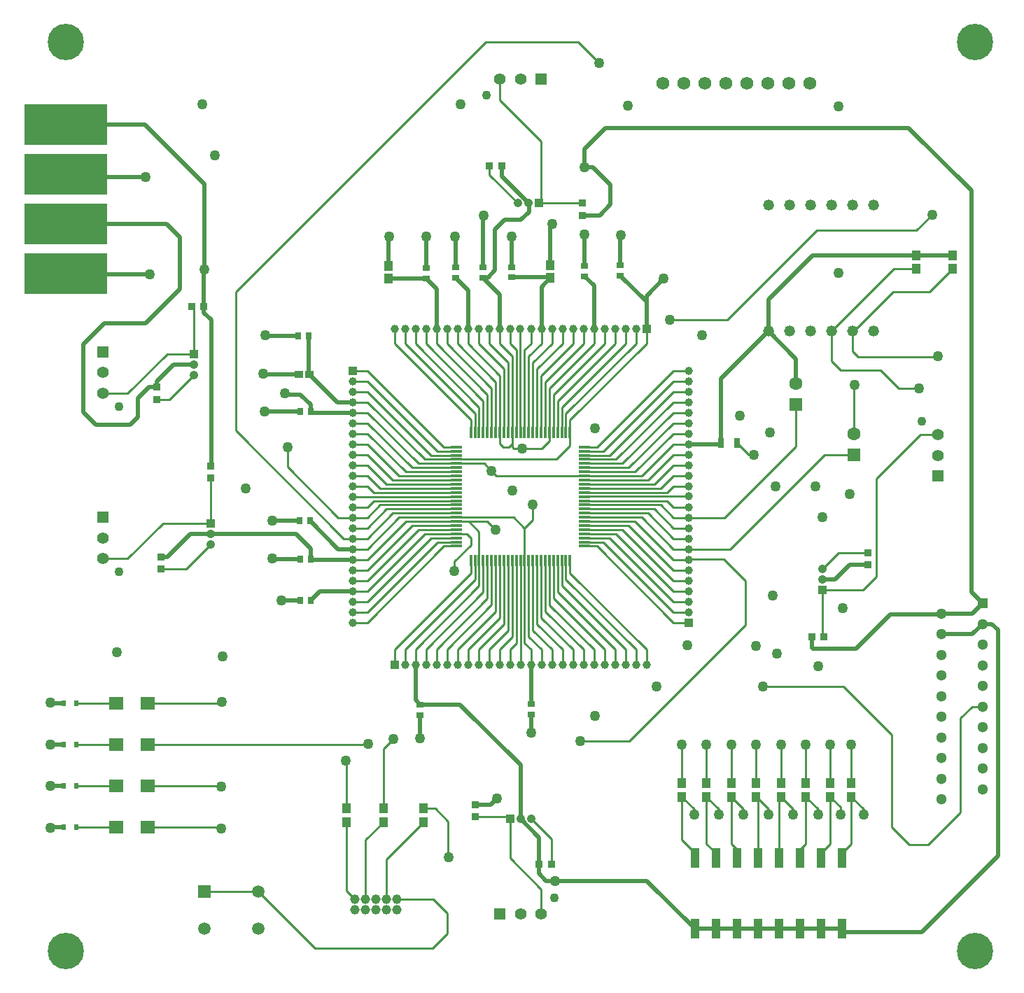
<source format=gtl>
G04*
G04 #@! TF.GenerationSoftware,Altium Limited,Altium Designer,22.9.1 (49)*
G04*
G04 Layer_Physical_Order=1*
G04 Layer_Color=255*
%FSLAX44Y44*%
%MOMM*%
G71*
G04*
G04 #@! TF.SameCoordinates,63DD9504-EA5A-40A3-A547-44A0B6CD77F8*
G04*
G04*
G04 #@! TF.FilePolarity,Positive*
G04*
G01*
G75*
%ADD11C,0.5080*%
%ADD13C,0.2540*%
%ADD17R,1.4750X0.3000*%
%ADD18R,0.3000X1.4750*%
%ADD19R,10.0000X5.0000*%
%ADD20R,0.8121X0.7581*%
%ADD21R,0.7581X0.8121*%
%ADD22R,0.7000X1.3000*%
%ADD23R,1.0121X1.1581*%
%ADD24R,0.5000X0.8000*%
%ADD25R,0.9121X0.9581*%
%ADD26R,0.9581X0.9121*%
%ADD27R,1.1311X0.9121*%
%ADD28R,1.0582X1.3061*%
%ADD29R,1.7500X1.5000*%
%ADD30R,1.1300X2.4400*%
%ADD34C,1.5748*%
%ADD35C,1.1684*%
%ADD36C,1.3208*%
%ADD44R,1.4000X1.4000*%
%ADD45C,1.4000*%
%ADD46C,1.1000*%
%ADD47R,1.4000X1.4000*%
%ADD55C,1.0000*%
%ADD56R,1.0000X1.0000*%
%ADD57R,1.0000X1.0000*%
%ADD58R,1.5080X1.5080*%
%ADD59C,1.5080*%
%ADD60C,1.6000*%
%ADD61R,1.6000X1.6000*%
%ADD62R,1.3000X1.3000*%
%ADD63C,1.3000*%
%ADD64C,1.0500*%
%ADD65R,1.0500X1.0500*%
%ADD66R,1.0500X1.0500*%
%ADD67C,1.2700*%
%ADD68C,4.4000*%
D11*
X315000Y725000D02*
X316300Y723700D01*
X334050D02*
X346270Y711480D01*
X316300Y723700D02*
X334050D01*
X346270Y703000D02*
Y711480D01*
X51500Y868500D02*
X152000D01*
X50000Y930000D02*
X171875D01*
Y930125D02*
X188500Y913500D01*
Y851000D02*
Y913500D01*
X147000Y809500D02*
X188500Y851000D01*
X96500Y809500D02*
X147000D01*
X71500Y784500D02*
X96500Y809500D01*
X71500Y701750D02*
Y784500D01*
Y701750D02*
X86250Y687000D01*
X127750D01*
X137250Y696500D01*
Y719000D01*
X150520Y732270D01*
X160000D01*
X53000Y987000D02*
X147000D01*
X50000Y1050000D02*
X146000D01*
X217750Y978250D01*
Y875000D02*
Y978250D01*
X625400Y853889D02*
X636000Y864489D01*
X625400Y829580D02*
Y853889D01*
X953750Y892000D02*
X1078980D01*
X900000Y838250D02*
X953750Y892000D01*
X900000Y800000D02*
Y838250D01*
X1079000Y892020D02*
X1122500D01*
X900000Y800000D02*
X933250Y766750D01*
Y737200D02*
Y766750D01*
X1145250Y484750D02*
X1159000Y471000D01*
X1145250Y484750D02*
Y970500D01*
X1069750Y1046000D02*
X1145250Y970500D01*
X703000Y1046000D02*
X1069750D01*
X677750Y1020750D02*
X703000Y1046000D01*
X677750Y998250D02*
Y1020750D01*
X563770Y227270D02*
X571250Y234750D01*
X545000Y227270D02*
X563770D01*
X600000Y210000D02*
Y275000D01*
X526980Y348020D02*
X600000Y275000D01*
X478750Y348020D02*
X526980D01*
X328290Y555000D02*
X346270Y537020D01*
X225000Y555000D02*
X328290D01*
X346270Y524250D02*
Y537020D01*
X200750Y555000D02*
X225000D01*
X173020Y527270D02*
X200750Y555000D01*
X165000Y527270D02*
X173020D01*
X226000Y638270D02*
Y814000D01*
X217270Y822730D02*
X226000Y814000D01*
X217270Y822730D02*
Y830000D01*
X180750Y759750D02*
X204750D01*
X160000Y739000D02*
X180750Y759750D01*
X160000Y732270D02*
Y739000D01*
X677750Y998250D02*
X687750D01*
X709000Y977000D01*
Y953500D02*
Y977000D01*
X695960Y940460D02*
X709000Y953500D01*
X675000Y940460D02*
X695960D01*
X217270Y830000D02*
Y874520D01*
X440750Y879261D02*
Y913750D01*
X636000Y880011D02*
Y927250D01*
X752400Y842400D02*
X773500Y863500D01*
X752400Y835580D02*
Y842400D01*
Y803200D02*
Y835580D01*
X610250Y944500D02*
Y954750D01*
X600500Y934750D02*
X610250Y944500D01*
X581000Y934750D02*
X600500D01*
X569250Y923000D02*
X581000Y934750D01*
X569250Y873750D02*
Y923000D01*
X560230Y864730D02*
X569250Y873750D01*
X554500Y864730D02*
X560230D01*
X622730Y143770D02*
Y155000D01*
Y143770D02*
X631250Y135250D01*
X641750D01*
X980520Y500000D02*
X998250Y517730D01*
X965000Y500000D02*
X980520D01*
X842750Y742750D02*
X900000Y800000D01*
X842750Y665250D02*
Y742750D01*
X1047500Y457750D02*
X1108250D01*
X1005750Y416000D02*
X1047500Y457750D01*
X953250Y416000D02*
X1005750D01*
X952730Y416520D02*
Y430000D01*
X1146500Y458500D02*
X1159000Y471000D01*
X1109000Y458500D02*
X1146500D01*
X992650Y73250D02*
X1085250D01*
X1177500Y165500D01*
Y438750D01*
X1170250Y446000D02*
X1177500Y438750D01*
X1159000Y446000D02*
X1170250D01*
X1146500Y433500D02*
X1159000Y446000D01*
X1109000Y433500D02*
X1146500D01*
X963500Y77000D02*
X988900D01*
X938100D02*
X963500D01*
X912700D02*
X938100D01*
X887300D02*
X912700D01*
X861900D02*
X887300D01*
X836500D02*
X861900D01*
X811100D02*
X836500D01*
X752850Y135250D02*
X811100Y77000D01*
X641750Y135250D02*
X752850D01*
X32000Y350000D02*
X47500D01*
X31250Y300000D02*
X47500D01*
X31500Y250000D02*
X47500D01*
X32000Y200000D02*
X47500D01*
X803200Y663500D02*
X841000D01*
X612750Y314000D02*
Y336230D01*
Y348770D02*
Y396750D01*
X473000Y353770D02*
Y396800D01*
Y353770D02*
X478750Y348020D01*
Y307750D02*
Y335480D01*
X720750Y879770D02*
Y916000D01*
X677750Y879020D02*
Y916750D01*
X589750Y877770D02*
Y914250D01*
X554500Y877270D02*
Y938750D01*
X521500Y877270D02*
Y913750D01*
X485750Y876520D02*
Y913500D01*
X720750Y867230D02*
X752400Y835580D01*
X677750Y866480D02*
X688900Y855330D01*
Y803200D02*
Y855330D01*
X589750Y865230D02*
X635259D01*
X625400Y803200D02*
Y829580D01*
X554500Y864730D02*
X574600Y844630D01*
Y803200D02*
Y844630D01*
X521500Y864730D02*
X536500Y849730D01*
Y803200D02*
Y849730D01*
X440750Y863739D02*
X485509D01*
X485750Y863980D02*
X498400Y851330D01*
Y803200D02*
Y851330D01*
X311500Y474250D02*
X333730D01*
X301000Y524250D02*
X333730D01*
X299750Y571000D02*
X332730D01*
X290750Y702750D02*
X333480D01*
X289250Y748000D02*
X332095D01*
X291500Y794750D02*
X331480D01*
X344020Y748885D02*
Y794750D01*
X344905Y748000D02*
X378605Y714300D01*
X396800D01*
X347670Y701600D02*
X396800D01*
X345270Y571000D02*
X379770Y536500D01*
X396800D01*
X346720Y523800D02*
X396800D01*
X346270Y474250D02*
X357720Y485700D01*
X396800D01*
X577270Y987730D02*
Y1000000D01*
Y987730D02*
X610000Y955000D01*
X998250Y517730D02*
X1020000D01*
X600000Y210000D02*
X622730Y187270D01*
Y155000D02*
Y187270D01*
D13*
X846250Y524000D02*
X872500Y497750D01*
X731500Y304000D02*
X872500Y445000D01*
Y497750D01*
X672750Y304000D02*
X731500D01*
X1008750Y768750D02*
X1103750D01*
X1105000Y770000D01*
X1001600Y775900D02*
X1008750Y768750D01*
X670000Y1150000D02*
X695000Y1125000D01*
X558000Y1150000D02*
X670000D01*
X615000Y571750D02*
Y590000D01*
X605000Y561750D02*
X615000Y571750D01*
X520000Y510000D02*
Y521375D01*
X540000Y541375D02*
Y550000D01*
X520000Y521375D02*
X540000Y541375D01*
X522620Y570000D02*
X560000D01*
X570000Y560000D01*
X522620Y555000D02*
X535000D01*
X535000Y555000D02*
X540000Y550000D01*
X535000Y555000D02*
X535000Y555000D01*
X484300Y555000D02*
X522620D01*
X396800Y599875D02*
X522495D01*
X605000Y522620D02*
Y561750D01*
X50000Y870000D02*
X51500Y868500D01*
X50000Y990000D02*
X53000Y987000D01*
X50000Y975000D02*
X51250Y973750D01*
X893500Y370250D02*
X990750D01*
X1049250Y311750D01*
Y200000D02*
Y311750D01*
Y200000D02*
X1070250Y179000D01*
X1093250D01*
X1132000Y217750D01*
Y331750D01*
X1146250Y346000D01*
X1159000D01*
X591750Y658000D02*
X602250D01*
X590000Y663750D02*
Y677380D01*
Y659750D02*
Y663750D01*
Y659750D02*
X591750Y658000D01*
X602250D02*
X625500D01*
X635000Y667500D01*
Y677380D01*
X565250Y630750D02*
X571000Y625000D01*
X677380D01*
X556000Y640000D02*
X565250Y630750D01*
X522620Y640000D02*
X556000D01*
X660000Y661500D02*
Y677380D01*
X643500Y645000D02*
X660000Y661500D01*
X522620Y645000D02*
X643500D01*
X579500Y659750D02*
X586000D01*
X590000Y663750D01*
X575000Y664250D02*
X579500Y659750D01*
X575000Y664250D02*
Y677380D01*
X522620Y575000D02*
X591750D01*
X605000Y561750D01*
X537500Y569750D02*
X550000Y557250D01*
Y522620D02*
Y557250D01*
X1079000Y922000D02*
X1098250Y941250D01*
X958750Y922000D02*
X1079000D01*
X850250Y813500D02*
X958750Y922000D01*
X781000Y813500D02*
X850250D01*
X318250Y660000D02*
X318500Y659750D01*
Y635750D02*
Y659750D01*
Y635750D02*
X379650Y574600D01*
X396800D01*
X1001600Y775900D02*
Y800000D01*
X1057500Y731250D02*
X1081750D01*
X1036000Y752750D02*
X1057500Y731250D01*
X987750Y752750D02*
X1036000D01*
X976200Y764300D02*
X987750Y752750D01*
X976200Y764300D02*
Y800000D01*
X255500Y847500D02*
X558000Y1150000D01*
X255500Y679750D02*
Y847500D01*
Y679750D02*
X386050Y549200D01*
X396800D01*
X1094770Y847750D02*
X1122500Y875480D01*
X1051250Y847750D02*
X1094770D01*
X1003500Y800000D02*
X1051250Y847750D01*
X1001600Y800000D02*
X1003500D01*
X1051680Y875480D02*
X1079000D01*
X976200Y800000D02*
X1051680Y875480D01*
X1078980Y892000D02*
X1079000Y892020D01*
X933250Y660750D02*
Y711800D01*
X847100Y574600D02*
X933250Y660750D01*
X803200Y574600D02*
X847100D01*
X512750Y163750D02*
X513000Y163500D01*
X512750Y163750D02*
Y207250D01*
X497230Y222770D02*
X512750Y207250D01*
X483000Y222770D02*
X497230D01*
X434250Y294500D02*
X446500Y306750D01*
X434250Y222770D02*
Y294500D01*
X803200Y523800D02*
X803400Y524000D01*
X846250D01*
X388750Y280250D02*
X389500Y279500D01*
Y222770D02*
Y279500D01*
X225000Y637270D02*
X226000Y638270D01*
X204750Y759750D02*
X205000Y760000D01*
X217270Y874520D02*
X217750Y875000D01*
X440750Y913750D02*
X441250Y914250D01*
X636000Y927250D02*
X638250Y929500D01*
X610000Y955000D02*
X610250Y954750D01*
X803200Y536500D02*
X853750D01*
X968000Y650750D01*
X1003250D01*
Y734000D02*
X1004000Y734750D01*
X1003250Y676150D02*
Y734000D01*
X1001450Y677950D02*
X1003250Y676150D01*
X1108250Y457750D02*
X1109000Y458500D01*
X952730Y416520D02*
X953250Y416000D01*
X988900Y77000D02*
X992650Y73250D01*
X282500Y122500D02*
X351250Y53750D01*
X493500D01*
X511250Y71500D01*
Y96000D01*
X494550Y112700D02*
X511250Y96000D01*
X450800Y112700D02*
X494550D01*
X217500Y122500D02*
X282500D01*
X414500Y300000D02*
X415500Y301000D01*
X148750Y300000D02*
X414500D01*
X1014800Y487300D02*
X1030750Y503250D01*
X965000Y487300D02*
X1014800D01*
X1030750Y503250D02*
Y621500D01*
X1084250Y675000D01*
X1105250D01*
X237250Y350000D02*
X239000Y351750D01*
X148750Y350000D02*
X237250D01*
X236500Y250000D02*
X237750Y248750D01*
X148750Y250000D02*
X236500D01*
X236250Y200000D02*
X238000Y198250D01*
X148750Y200000D02*
X236250D01*
X31500Y350500D02*
X32000Y350000D01*
X31250Y250250D02*
X31500Y250000D01*
X31250Y199250D02*
X32000Y200000D01*
X62500Y350000D02*
X111250D01*
X62500Y300000D02*
X111250D01*
X62500Y250000D02*
X111250D01*
X62500Y200000D02*
X111250D01*
X438100Y112700D02*
Y161330D01*
X483000Y206230D01*
X412700Y112700D02*
Y184680D01*
X434250Y206230D01*
X389500Y123200D02*
X400000Y112700D01*
X389500Y123200D02*
Y206230D01*
X861750Y665250D02*
X876250Y650750D01*
X882500D01*
X841000Y663500D02*
X842750Y665250D01*
X612700Y396800D02*
X612750Y396750D01*
X720750Y916000D02*
X721250Y916500D01*
X677500Y917000D02*
X677750Y916750D01*
X554500Y938750D02*
X555750Y940000D01*
X520750Y914500D02*
X521500Y913750D01*
X485750Y913500D02*
X486500Y914250D01*
X635259Y865230D02*
X636000Y864489D01*
X485509Y863739D02*
X485750Y863980D01*
X311250Y474500D02*
X311500Y474250D01*
X300250Y525000D02*
X301000Y524250D01*
X299500Y571250D02*
X299750Y571000D01*
X333480Y702750D02*
X333730Y703000D01*
X288750Y748500D02*
X289250Y748000D01*
X291000Y795250D02*
X291500Y794750D01*
X344020Y748885D02*
X344905Y748000D01*
X346270Y703000D02*
X347670Y701600D01*
X346270Y524250D02*
X346720Y523800D01*
X825000Y236730D02*
X840000Y221730D01*
Y215000D02*
Y221730D01*
X795000Y236730D02*
X810000Y221730D01*
Y215000D02*
Y221730D01*
X975000Y236730D02*
X987500Y224230D01*
Y215000D02*
Y224230D01*
X1000000Y236730D02*
X1015000Y221730D01*
Y215000D02*
Y221730D01*
X960000Y215000D02*
Y221730D01*
X945000Y236730D02*
X960000Y221730D01*
X915000Y236730D02*
X930000Y221730D01*
Y215000D02*
Y221730D01*
X855000Y236730D02*
X870000Y221730D01*
Y215000D02*
Y221730D01*
X887300Y234430D02*
X900000Y221730D01*
X885000Y236730D02*
X887300Y234430D01*
X900000Y215000D02*
Y221730D01*
X1000000Y253270D02*
Y300000D01*
X975000Y253270D02*
Y300000D01*
X945000Y253270D02*
Y300000D01*
X915000Y253270D02*
Y300000D01*
X885000Y253270D02*
Y300000D01*
X855000Y253270D02*
Y300000D01*
X825000Y253270D02*
Y300000D01*
X795000Y253270D02*
Y300000D01*
Y185000D02*
Y236730D01*
Y185000D02*
X811100Y168900D01*
Y163000D02*
Y168900D01*
X825000Y180000D02*
Y236730D01*
Y180000D02*
X836500Y168500D01*
Y163000D02*
Y168500D01*
X855000Y180000D02*
Y236730D01*
Y180000D02*
X861900Y173100D01*
Y163000D02*
Y173100D01*
X887300Y163000D02*
Y234430D01*
X912700D02*
X915000Y236730D01*
X912700Y163000D02*
Y234430D01*
X945000Y180000D02*
Y236730D01*
X938100Y173100D02*
X945000Y180000D01*
X938100Y163000D02*
Y173100D01*
X975000Y180000D02*
Y236730D01*
X963500Y168500D02*
X975000Y180000D01*
X963500Y163000D02*
Y168500D01*
X1000000Y180000D02*
Y236730D01*
X988900Y168900D02*
X1000000Y180000D01*
X988900Y163000D02*
Y168900D01*
X625000Y957300D02*
Y1030000D01*
X622700Y955000D02*
X625000Y957300D01*
X622700Y955000D02*
X675000D01*
X575000Y1080000D02*
X625000Y1030000D01*
X575000Y1080000D02*
Y1105250D01*
X562730Y989570D02*
Y1000000D01*
Y989570D02*
X597300Y955000D01*
X172700Y772700D02*
X205000D01*
X125000Y725000D02*
X172700Y772700D01*
X94750Y725000D02*
X125000D01*
X202730Y830000D02*
X205000Y827730D01*
Y772700D02*
Y827730D01*
X160000Y717730D02*
X175430D01*
X205000Y747300D01*
X225000Y567700D02*
Y622730D01*
X94750Y525000D02*
X125000D01*
X167700Y567700D01*
X225000D01*
X165000Y512730D02*
X195430D01*
X225000Y542300D01*
X965000Y432270D02*
X967270Y430000D01*
X965000Y432270D02*
Y487300D01*
X984570Y532270D02*
X1020000D01*
X965000Y512700D02*
X984570Y532270D01*
X625000Y94750D02*
Y125000D01*
X587300Y162700D02*
X625000Y125000D01*
X587300Y162700D02*
Y210000D01*
X612700D02*
X637270Y185430D01*
Y155000D02*
Y185430D01*
X584570Y212730D02*
X587300Y210000D01*
X545000Y212730D02*
X584570D01*
X660000Y677380D02*
Y692600D01*
X752400Y785000D01*
X655000Y677380D02*
Y700300D01*
X739700Y785000D01*
X650000Y677380D02*
Y708000D01*
X727000Y785000D01*
X645000Y677380D02*
Y715700D01*
X714300Y785000D01*
X640000Y677380D02*
Y723400D01*
X701600Y785000D01*
X635000Y677380D02*
Y731100D01*
X688900Y785000D01*
X630000Y677380D02*
Y738800D01*
X676200Y785000D01*
X625000Y677380D02*
Y746500D01*
X663500Y785000D01*
X620000Y677380D02*
Y754200D01*
X650800Y785000D01*
X615000Y677380D02*
Y761900D01*
X638100Y785000D01*
X610000Y677380D02*
Y769600D01*
X625400Y785000D01*
X605000Y677380D02*
Y777300D01*
X612700Y785000D01*
X599875Y677505D02*
X600000Y677380D01*
X595000D02*
Y777300D01*
X587300Y785000D02*
X595000Y777300D01*
X590000Y677380D02*
Y769600D01*
X574600Y785000D02*
X590000Y769600D01*
X585000Y677380D02*
Y761900D01*
X561900Y785000D02*
X585000Y761900D01*
X580000Y677380D02*
Y754200D01*
X549200Y785000D02*
X580000Y754200D01*
X575000Y677380D02*
Y746500D01*
X536500Y785000D02*
X575000Y746500D01*
X570000Y677380D02*
Y738800D01*
X523800Y785000D02*
X570000Y738800D01*
X565000Y677380D02*
Y731100D01*
X511100Y785000D02*
X565000Y731100D01*
X560000Y677380D02*
Y723400D01*
X498400Y785000D02*
X560000Y723400D01*
X555000Y677380D02*
Y715700D01*
X485700Y785000D02*
X555000Y715700D01*
X550000Y677380D02*
Y708000D01*
X473000Y785000D02*
X550000Y708000D01*
X545000Y677380D02*
Y700300D01*
X460300Y785000D02*
X545000Y700300D01*
X540000Y677380D02*
Y692600D01*
X447600Y785000D02*
X540000Y692600D01*
X752400Y785000D02*
Y803200D01*
X739700Y785000D02*
Y803200D01*
X727000Y785000D02*
Y803200D01*
X714300Y785000D02*
Y803200D01*
X701600Y785000D02*
Y803200D01*
X688900Y785000D02*
Y803200D01*
X676200Y785000D02*
Y803200D01*
X663500Y785000D02*
Y803200D01*
X650800Y785000D02*
Y803200D01*
X638100Y785000D02*
Y803200D01*
X625400Y785000D02*
Y803200D01*
X612700Y785000D02*
Y803200D01*
X599875Y677505D02*
Y803200D01*
X587300Y785000D02*
Y803200D01*
X574600Y785000D02*
Y803200D01*
X561900Y785000D02*
Y803200D01*
X549200Y785000D02*
Y803200D01*
X536500Y785000D02*
Y803200D01*
X523800Y785000D02*
Y803200D01*
X511100Y785000D02*
Y803200D01*
X460300Y785000D02*
Y803200D01*
X498400Y785000D02*
Y803200D01*
X485700Y785000D02*
Y803200D01*
X473000Y785000D02*
Y803200D01*
X447600Y785000D02*
Y803200D01*
X660000Y507400D02*
Y522620D01*
Y507400D02*
X752400Y415000D01*
X655000Y499700D02*
Y522620D01*
Y499700D02*
X739700Y415000D01*
X650000Y492000D02*
Y522620D01*
Y492000D02*
X727000Y415000D01*
X645000Y484300D02*
Y522620D01*
Y484300D02*
X714300Y415000D01*
X640000Y476600D02*
Y522620D01*
Y476600D02*
X701600Y415000D01*
X635000Y468800D02*
Y522620D01*
Y468800D02*
X688900Y414900D01*
X630000Y461200D02*
Y522620D01*
Y461200D02*
X676200Y415000D01*
X625000Y453500D02*
Y522620D01*
Y453500D02*
X663500Y415000D01*
X620000Y445800D02*
Y522620D01*
Y445800D02*
X650800Y415000D01*
X615000Y438100D02*
Y522620D01*
Y438100D02*
X638100Y415000D01*
X610000Y430400D02*
Y522620D01*
Y430400D02*
X625400Y415000D01*
X605000Y422700D02*
Y522620D01*
Y422700D02*
X612700Y415000D01*
X600000Y522620D02*
X600125Y522495D01*
X595000Y422700D02*
Y522620D01*
X587300Y415000D02*
X595000Y422700D01*
X590000Y430400D02*
Y522620D01*
X574600Y415000D02*
X590000Y430400D01*
X585000Y438100D02*
Y522620D01*
X561900Y415000D02*
X585000Y438100D01*
X580000Y445800D02*
Y522620D01*
X549200Y415000D02*
X580000Y445800D01*
X575000Y453500D02*
Y522620D01*
X536500Y415000D02*
X575000Y453500D01*
X570000Y461200D02*
Y522620D01*
X523800Y415000D02*
X570000Y461200D01*
X565000Y468900D02*
Y522620D01*
X511100Y415000D02*
X565000Y468900D01*
X560000Y476600D02*
Y522620D01*
X498400Y415000D02*
X560000Y476600D01*
X555000Y484300D02*
Y522620D01*
X485700Y415000D02*
X555000Y484300D01*
X550000Y492000D02*
Y522620D01*
X473000Y415000D02*
X550000Y492000D01*
X545000Y499700D02*
Y522620D01*
X460300Y415000D02*
X545000Y499700D01*
X540000Y507400D02*
Y522620D01*
X447600Y415000D02*
X540000Y507400D01*
X752400Y396800D02*
Y415000D01*
X739700Y396800D02*
Y415000D01*
X727000Y396800D02*
Y415000D01*
X714300Y396800D02*
Y415000D01*
X701600Y396800D02*
Y415000D01*
X688900Y396800D02*
Y414900D01*
X676200Y396800D02*
Y415000D01*
X663500Y396800D02*
Y415000D01*
X650800Y396800D02*
Y415000D01*
X638100Y396800D02*
Y415000D01*
X625400Y396800D02*
Y415000D01*
X612700Y396800D02*
Y415000D01*
X600125Y396800D02*
Y522495D01*
X587300Y396800D02*
Y415000D01*
X574600Y396800D02*
Y415000D01*
X561900Y396800D02*
Y415000D01*
X549200Y396800D02*
Y415000D01*
X536500Y396800D02*
Y415000D01*
X523800Y396800D02*
Y415000D01*
X511100Y396800D02*
Y415000D01*
X498400Y396800D02*
Y415000D01*
X485700Y396800D02*
Y415000D01*
X473000Y396800D02*
Y415000D01*
X460300Y396800D02*
Y415000D01*
X447600Y396800D02*
Y415000D01*
X677380Y660000D02*
X692600D01*
X785000Y752400D01*
X677380Y655000D02*
X700300D01*
X785000Y739700D01*
X677380Y650000D02*
X708000D01*
X785000Y727000D01*
X677380Y645000D02*
X715700D01*
X785000Y714300D01*
X677380Y640000D02*
X723500D01*
X785100Y701600D01*
X677380Y635000D02*
X731100D01*
X785000Y688900D01*
X677380Y630000D02*
X738800D01*
X785000Y676200D01*
X677380Y625000D02*
X746500D01*
X785000Y663500D01*
X677380Y620000D02*
X754200D01*
X785000Y650800D01*
X677380Y615000D02*
X761900D01*
X785000Y638100D01*
X677380Y610000D02*
X769600D01*
X785000Y625400D01*
X677380Y605000D02*
X777300D01*
X785000Y612700D01*
X677380Y600000D02*
X677505Y600125D01*
X677380Y595000D02*
X777300D01*
X785000Y587300D01*
X677380Y590000D02*
X769600D01*
X785000Y574600D01*
X677380Y585000D02*
X761900D01*
X785000Y561900D01*
X677380Y580000D02*
X754200D01*
X785000Y549200D01*
X677380Y575000D02*
X746500D01*
X785000Y536500D01*
X677380Y570000D02*
X738800D01*
X785000Y523800D01*
X677380Y565000D02*
X731100D01*
X785000Y511100D01*
X677380Y560000D02*
X723400D01*
X785000Y498400D01*
X677380Y555000D02*
X715700D01*
X785000Y485700D01*
X677380Y550000D02*
X708000D01*
X785000Y473000D01*
X677380Y545000D02*
X700300D01*
X785000Y460300D01*
X677380Y540000D02*
X692600D01*
X785000Y447600D01*
Y752400D02*
X803200D01*
X785000Y739700D02*
X803200D01*
X785000Y727000D02*
X803200D01*
X785000Y714300D02*
X803200D01*
X785100Y701600D02*
X803200D01*
X785000Y688900D02*
X803200D01*
X785000Y676200D02*
X803200D01*
X785000Y663500D02*
X803200D01*
X785000Y650800D02*
X803200D01*
X785000Y638100D02*
X803200D01*
X785000Y625400D02*
X803200D01*
X785000Y612700D02*
X803200D01*
X677505Y600125D02*
X803200D01*
X785000Y587300D02*
X803200D01*
X785000Y574600D02*
X803200D01*
X785000Y561900D02*
X803200D01*
X785000Y549200D02*
X803200D01*
X785000Y536500D02*
X803200D01*
X785000Y523800D02*
X803200D01*
X785000Y511100D02*
X803200D01*
X785000Y498400D02*
X803200D01*
X785000Y485700D02*
X803200D01*
X785000Y473000D02*
X803200D01*
X785000Y460300D02*
X803200D01*
X785000Y447600D02*
X803200D01*
X507400Y660000D02*
X522620D01*
X415000Y752400D02*
X507400Y660000D01*
X499700Y655000D02*
X522620D01*
X415000Y739700D02*
X499700Y655000D01*
X492000Y650000D02*
X522620D01*
X415000Y727000D02*
X492000Y650000D01*
X484100Y645000D02*
X522620D01*
X414800Y714300D02*
X484100Y645000D01*
X476600Y640000D02*
X522620D01*
X415000Y701600D02*
X476600Y640000D01*
X468900Y635000D02*
X522620D01*
X415000Y688900D02*
X468900Y635000D01*
X461200Y630000D02*
X522620D01*
X415000Y676200D02*
X461200Y630000D01*
X453500Y625000D02*
X522620D01*
X415000Y663500D02*
X453500Y625000D01*
X445800Y620000D02*
X522620D01*
X415000Y650800D02*
X445800Y620000D01*
X438100Y615000D02*
X522620D01*
X415000Y638100D02*
X438100Y615000D01*
X430400Y610000D02*
X522620D01*
X415000Y625400D02*
X430400Y610000D01*
X422700Y605000D02*
X522620D01*
X415000Y612700D02*
X422700Y605000D01*
X522495Y599875D02*
X522620Y600000D01*
X422700Y595000D02*
X522620D01*
X415000Y587300D02*
X422700Y595000D01*
X430400Y590000D02*
X522620D01*
X415000Y574600D02*
X430400Y590000D01*
X438100Y585000D02*
X522620D01*
X415000Y561900D02*
X438100Y585000D01*
X445800Y580000D02*
X522620D01*
X415000Y549200D02*
X445800Y580000D01*
X453500Y575000D02*
X522620D01*
X415000Y536500D02*
X453500Y575000D01*
X461200Y570000D02*
X522620D01*
X415000Y523800D02*
X461200Y570000D01*
X468900Y565000D02*
X522620D01*
X415000Y511100D02*
X468900Y565000D01*
X476450Y560000D02*
X522620D01*
X414850Y498400D02*
X476450Y560000D01*
X415000Y485700D02*
X484300Y555000D01*
X492000Y550000D02*
X522620D01*
X415000Y473000D02*
X492000Y550000D01*
X499700Y545000D02*
X522620D01*
X415000Y460300D02*
X499700Y545000D01*
X507400Y540000D02*
X522620D01*
X415000Y447600D02*
X507400Y540000D01*
X396800Y752400D02*
X415000D01*
X396800Y739700D02*
X415000D01*
X396800Y727000D02*
X415000D01*
X396800Y714300D02*
X414800D01*
X396800Y701600D02*
X415000D01*
X396800Y688900D02*
X415000D01*
X396800Y676200D02*
X415000D01*
X396800Y663500D02*
X415000D01*
X396800Y650800D02*
X415000D01*
X396800Y638100D02*
X415000D01*
X396800Y625400D02*
X415000D01*
X396800Y612700D02*
X415000D01*
X396800Y587300D02*
X415000D01*
X396800Y574600D02*
X415000D01*
X396800Y561900D02*
X415000D01*
X396800Y549200D02*
X415000D01*
X396800Y536500D02*
X415000D01*
X396800Y523800D02*
X415000D01*
X396800Y511100D02*
X415000D01*
X396800Y498400D02*
X414850D01*
X396800Y485700D02*
X415000D01*
X396800Y473000D02*
X415000D01*
X396800Y460300D02*
X415000D01*
X396800Y447600D02*
X415000D01*
D17*
X522620Y660000D02*
D03*
Y655000D02*
D03*
Y650000D02*
D03*
Y645000D02*
D03*
Y640000D02*
D03*
Y635000D02*
D03*
Y630000D02*
D03*
Y625000D02*
D03*
Y620000D02*
D03*
Y615000D02*
D03*
Y610000D02*
D03*
Y605000D02*
D03*
Y600000D02*
D03*
Y595000D02*
D03*
Y590000D02*
D03*
Y585000D02*
D03*
Y580000D02*
D03*
Y575000D02*
D03*
Y570000D02*
D03*
Y565000D02*
D03*
Y560000D02*
D03*
Y555000D02*
D03*
Y550000D02*
D03*
Y545000D02*
D03*
Y540000D02*
D03*
X677380D02*
D03*
Y545000D02*
D03*
Y550000D02*
D03*
Y555000D02*
D03*
Y560000D02*
D03*
Y565000D02*
D03*
Y570000D02*
D03*
Y575000D02*
D03*
Y580000D02*
D03*
Y585000D02*
D03*
Y590000D02*
D03*
Y595000D02*
D03*
Y600000D02*
D03*
Y605000D02*
D03*
Y610000D02*
D03*
Y615000D02*
D03*
Y620000D02*
D03*
Y625000D02*
D03*
Y630000D02*
D03*
Y635000D02*
D03*
Y640000D02*
D03*
Y645000D02*
D03*
Y650000D02*
D03*
Y655000D02*
D03*
Y660000D02*
D03*
D18*
X540000Y522620D02*
D03*
X545000D02*
D03*
X550000D02*
D03*
X555000D02*
D03*
X560000D02*
D03*
X565000D02*
D03*
X570000D02*
D03*
X575000D02*
D03*
X580000D02*
D03*
X585000D02*
D03*
X590000D02*
D03*
X595000D02*
D03*
X600000D02*
D03*
X605000D02*
D03*
X610000D02*
D03*
X615000D02*
D03*
X620000D02*
D03*
X625000D02*
D03*
X630000D02*
D03*
X635000D02*
D03*
X640000D02*
D03*
X645000D02*
D03*
X650000D02*
D03*
X655000D02*
D03*
X660000D02*
D03*
Y677380D02*
D03*
X655000D02*
D03*
X650000D02*
D03*
X645000D02*
D03*
X640000D02*
D03*
X635000D02*
D03*
X630000D02*
D03*
X625000D02*
D03*
X620000D02*
D03*
X615000D02*
D03*
X610000D02*
D03*
X605000D02*
D03*
X600000D02*
D03*
X595000D02*
D03*
X590000D02*
D03*
X585000D02*
D03*
X580000D02*
D03*
X575000D02*
D03*
X570000D02*
D03*
X565000D02*
D03*
X560000D02*
D03*
X555000D02*
D03*
X550000D02*
D03*
X545000D02*
D03*
X540000D02*
D03*
D19*
X50000Y870000D02*
D03*
Y930000D02*
D03*
Y990000D02*
D03*
Y1050000D02*
D03*
D20*
X521500Y864730D02*
D03*
Y877270D02*
D03*
X554500Y864730D02*
D03*
Y877270D02*
D03*
X677750Y866480D02*
D03*
Y879020D02*
D03*
X478750Y348020D02*
D03*
Y335480D02*
D03*
X720750Y867230D02*
D03*
Y879770D02*
D03*
X612750Y348770D02*
D03*
Y336230D02*
D03*
X589750Y865230D02*
D03*
Y877770D02*
D03*
X485750Y863980D02*
D03*
Y876520D02*
D03*
D21*
X346270Y703000D02*
D03*
X333730D02*
D03*
X346270Y524250D02*
D03*
X333730D02*
D03*
X345270Y571000D02*
D03*
X332730D02*
D03*
X346270Y474250D02*
D03*
X333730D02*
D03*
X344020Y794750D02*
D03*
X331480D02*
D03*
D22*
X861750Y665250D02*
D03*
X842750D02*
D03*
D23*
X389500Y222770D02*
D03*
Y206230D02*
D03*
X434250Y222770D02*
D03*
Y206230D02*
D03*
X483000Y222770D02*
D03*
Y206230D02*
D03*
X1000000Y253270D02*
D03*
Y236730D02*
D03*
X975000Y253270D02*
D03*
Y236730D02*
D03*
X945000Y253270D02*
D03*
Y236730D02*
D03*
X915000Y253270D02*
D03*
Y236730D02*
D03*
X885000Y253270D02*
D03*
Y236730D02*
D03*
X855000Y253270D02*
D03*
Y236730D02*
D03*
X825000Y253270D02*
D03*
Y236730D02*
D03*
X795000Y253270D02*
D03*
Y236730D02*
D03*
X1079000Y892020D02*
D03*
Y875480D02*
D03*
X1122500Y892020D02*
D03*
Y875480D02*
D03*
D24*
X47500Y200000D02*
D03*
X62500D02*
D03*
X47500Y250000D02*
D03*
X62500D02*
D03*
X47500Y300000D02*
D03*
X62500D02*
D03*
X47500Y350000D02*
D03*
X62500D02*
D03*
D25*
X675000Y940460D02*
D03*
Y955000D02*
D03*
X160000Y732270D02*
D03*
Y717730D02*
D03*
X545000Y227270D02*
D03*
Y212730D02*
D03*
X1020000Y517730D02*
D03*
Y532270D02*
D03*
X225000Y637270D02*
D03*
Y622730D02*
D03*
X165000Y527270D02*
D03*
Y512730D02*
D03*
D26*
X577270Y1000000D02*
D03*
X562730D02*
D03*
X217270Y830000D02*
D03*
X202730D02*
D03*
X622730Y155000D02*
D03*
X637270D02*
D03*
X952730Y430000D02*
D03*
X967270D02*
D03*
D27*
X332095Y748000D02*
D03*
X344905D02*
D03*
D28*
X636000Y880011D02*
D03*
Y864489D02*
D03*
X440750Y879261D02*
D03*
Y863739D02*
D03*
D29*
X148750Y200000D02*
D03*
X111250D02*
D03*
X148750Y250000D02*
D03*
X111250D02*
D03*
X148750Y300000D02*
D03*
X111250D02*
D03*
X148750Y350000D02*
D03*
X111250D02*
D03*
D30*
X988900Y163000D02*
D03*
X963500D02*
D03*
X938100D02*
D03*
X912700D02*
D03*
X887300D02*
D03*
X861900D02*
D03*
X836500D02*
D03*
X811100D02*
D03*
Y77000D02*
D03*
X836500D02*
D03*
X861900D02*
D03*
X887300D02*
D03*
X912700D02*
D03*
X938100D02*
D03*
X963500D02*
D03*
X988900D02*
D03*
D34*
X823000Y1100000D02*
D03*
X950000D02*
D03*
X924600D02*
D03*
X899200D02*
D03*
X873800D02*
D03*
X848400D02*
D03*
X797600D02*
D03*
X772200D02*
D03*
D35*
X450800Y112700D02*
D03*
Y100000D02*
D03*
X438100Y112700D02*
D03*
Y100000D02*
D03*
X425400Y112700D02*
D03*
Y100000D02*
D03*
X412700Y112700D02*
D03*
Y100000D02*
D03*
X400000Y112700D02*
D03*
Y100000D02*
D03*
D36*
X1027000Y952400D02*
D03*
X1001600D02*
D03*
X976200D02*
D03*
X950800D02*
D03*
X925400D02*
D03*
X900000D02*
D03*
X1027000Y800000D02*
D03*
X1001600D02*
D03*
X976200D02*
D03*
X950800D02*
D03*
X925400D02*
D03*
X900000D02*
D03*
D44*
X625000Y1105250D02*
D03*
X575000Y94750D02*
D03*
D45*
X600000Y1105250D02*
D03*
X575000D02*
D03*
X94750Y750000D02*
D03*
Y725000D02*
D03*
X600000Y94750D02*
D03*
X625000D02*
D03*
X1105250Y650000D02*
D03*
Y675000D02*
D03*
X94750Y550000D02*
D03*
Y525000D02*
D03*
D46*
X559000Y1085250D02*
D03*
X114750Y709000D02*
D03*
X641000Y114750D02*
D03*
X1085250Y691000D02*
D03*
X114750Y509000D02*
D03*
D47*
X94750Y775000D02*
D03*
X1105250Y625000D02*
D03*
X94750Y575000D02*
D03*
D55*
X396800Y447600D02*
D03*
Y473000D02*
D03*
Y498400D02*
D03*
Y511100D02*
D03*
Y523800D02*
D03*
Y536500D02*
D03*
Y549200D02*
D03*
Y485700D02*
D03*
Y460300D02*
D03*
Y599875D02*
D03*
Y574600D02*
D03*
Y612700D02*
D03*
Y587300D02*
D03*
Y561900D02*
D03*
Y739700D02*
D03*
Y727000D02*
D03*
Y714300D02*
D03*
Y701600D02*
D03*
Y688900D02*
D03*
Y676200D02*
D03*
Y663500D02*
D03*
Y650800D02*
D03*
Y625400D02*
D03*
Y638100D02*
D03*
X803200Y739700D02*
D03*
Y688900D02*
D03*
Y625400D02*
D03*
Y561900D02*
D03*
Y549200D02*
D03*
Y536500D02*
D03*
Y523800D02*
D03*
Y511100D02*
D03*
Y612700D02*
D03*
Y600125D02*
D03*
Y587300D02*
D03*
Y574600D02*
D03*
Y650800D02*
D03*
Y714300D02*
D03*
Y701600D02*
D03*
Y752400D02*
D03*
Y460300D02*
D03*
Y473000D02*
D03*
Y676200D02*
D03*
Y663500D02*
D03*
Y485700D02*
D03*
Y498400D02*
D03*
Y638100D02*
D03*
Y727000D02*
D03*
X612700Y396800D02*
D03*
X625400D02*
D03*
X460300D02*
D03*
X473000D02*
D03*
X485700D02*
D03*
X498400D02*
D03*
X511100D02*
D03*
X523800D02*
D03*
X536500D02*
D03*
X549200D02*
D03*
X561900D02*
D03*
X574600D02*
D03*
X752400D02*
D03*
X701600D02*
D03*
X714300D02*
D03*
X727000D02*
D03*
X739700D02*
D03*
X638100D02*
D03*
X650800D02*
D03*
X663500D02*
D03*
X676200D02*
D03*
X688900D02*
D03*
X587300D02*
D03*
X600125D02*
D03*
X638100Y803200D02*
D03*
X650800D02*
D03*
X663500D02*
D03*
X676200D02*
D03*
X688900D02*
D03*
X701600D02*
D03*
X714300D02*
D03*
X727000D02*
D03*
X739700D02*
D03*
X574600D02*
D03*
X587300D02*
D03*
X599875D02*
D03*
X612700D02*
D03*
X625400D02*
D03*
X511100D02*
D03*
X523800D02*
D03*
X536500D02*
D03*
X549200D02*
D03*
X561900D02*
D03*
X447600D02*
D03*
X460300D02*
D03*
X473000D02*
D03*
X485700D02*
D03*
X498400D02*
D03*
D56*
X396800Y752400D02*
D03*
X803200Y447600D02*
D03*
D57*
X447600Y396800D02*
D03*
X752400Y803200D02*
D03*
D58*
X217500Y122500D02*
D03*
D59*
X282500D02*
D03*
X217500Y77500D02*
D03*
X282500D02*
D03*
D60*
X1003250Y676150D02*
D03*
X933250Y737200D02*
D03*
D61*
X1003250Y650750D02*
D03*
X933250Y711800D02*
D03*
D62*
X1159000Y471000D02*
D03*
D63*
X1109000Y458500D02*
D03*
X1159000Y446000D02*
D03*
X1109000Y433500D02*
D03*
X1159000Y421000D02*
D03*
X1109000Y408500D02*
D03*
X1159000Y396000D02*
D03*
X1109000Y383500D02*
D03*
X1159000Y371000D02*
D03*
X1109000Y358500D02*
D03*
X1159000Y346000D02*
D03*
X1109000Y333500D02*
D03*
X1159000Y321000D02*
D03*
X1109000Y308500D02*
D03*
X1159000Y296000D02*
D03*
X1109000Y283500D02*
D03*
X1159000Y271000D02*
D03*
X1109000Y258500D02*
D03*
X1159000Y246000D02*
D03*
X1109000Y233500D02*
D03*
D64*
X597300Y955000D02*
D03*
X610000D02*
D03*
X205000Y747300D02*
D03*
Y760000D02*
D03*
X612700Y210000D02*
D03*
X600000D02*
D03*
X965000Y512700D02*
D03*
Y500000D02*
D03*
X225000Y542300D02*
D03*
Y555000D02*
D03*
D65*
X622700Y955000D02*
D03*
X587300Y210000D02*
D03*
D66*
X205000Y772700D02*
D03*
X965000Y487300D02*
D03*
X225000Y567700D02*
D03*
D67*
X985000Y1072500D02*
D03*
X865000Y697500D02*
D03*
X239000Y351750D02*
D03*
X230000Y1012500D02*
D03*
X267500Y610000D02*
D03*
X215000Y1075000D02*
D03*
X527500D02*
D03*
X590000Y607500D02*
D03*
X690000Y682500D02*
D03*
X820000Y795000D02*
D03*
X690000Y335000D02*
D03*
X765000Y370000D02*
D03*
X960000Y395000D02*
D03*
X910000Y410000D02*
D03*
X905000Y480000D02*
D03*
X990000Y465000D02*
D03*
X1105000Y770000D02*
D03*
X695000Y1125000D02*
D03*
X315000Y725000D02*
D03*
X615000Y590000D02*
D03*
X520000Y510000D02*
D03*
X570000Y560000D02*
D03*
X152000Y868500D02*
D03*
X147000Y987000D02*
D03*
X730250Y1073000D02*
D03*
X893500Y370250D02*
D03*
X602250Y658000D02*
D03*
X565250Y630750D02*
D03*
X1098250Y941250D02*
D03*
X781000Y813500D02*
D03*
X318250Y660000D02*
D03*
X985000Y870500D02*
D03*
X1081750Y731250D02*
D03*
X239750Y406250D02*
D03*
X112250Y411500D02*
D03*
X571250Y234750D02*
D03*
X513000Y163500D02*
D03*
X446500Y306750D02*
D03*
X388750Y280250D02*
D03*
X672750Y304000D02*
D03*
X677750Y998250D02*
D03*
X217750Y875000D02*
D03*
X441250Y914250D02*
D03*
X638250Y929500D02*
D03*
X773500Y863500D02*
D03*
X801500Y420250D02*
D03*
X885250Y419750D02*
D03*
X1004000Y734750D02*
D03*
X641750Y135250D02*
D03*
X415500Y301000D02*
D03*
X238000Y198250D02*
D03*
X237750Y248750D02*
D03*
X31250Y199250D02*
D03*
Y250250D02*
D03*
Y300000D02*
D03*
X31500Y350500D02*
D03*
X882500Y650750D02*
D03*
X612750Y314000D02*
D03*
X478750Y307750D02*
D03*
X486500Y914250D02*
D03*
X520750Y914500D02*
D03*
X555750Y940000D02*
D03*
X589750Y914250D02*
D03*
X677500Y917000D02*
D03*
X721250Y916500D02*
D03*
X311250Y474500D02*
D03*
X300250Y525000D02*
D03*
X299500Y571250D02*
D03*
X290750Y702750D02*
D03*
X288750Y748500D02*
D03*
X291000Y795250D02*
D03*
X901500Y677250D02*
D03*
X998250Y603000D02*
D03*
X965250Y575250D02*
D03*
X908500Y612500D02*
D03*
X957000Y612000D02*
D03*
X1015000Y215000D02*
D03*
X987500D02*
D03*
X960000D02*
D03*
X930000D02*
D03*
X900000D02*
D03*
X870000D02*
D03*
X840000D02*
D03*
X810000D02*
D03*
X1000000Y300000D02*
D03*
X975000D02*
D03*
X945000D02*
D03*
X915000D02*
D03*
X885000D02*
D03*
X855000D02*
D03*
X825000D02*
D03*
X795000D02*
D03*
D68*
X1150000Y50000D02*
D03*
Y1150000D02*
D03*
X50000D02*
D03*
Y50000D02*
D03*
M02*

</source>
